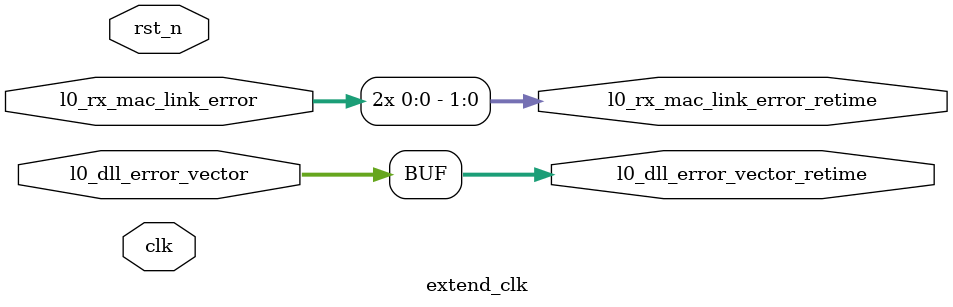
<source format=v>


//
//   ____  ____
//  /   /\/   /
// /___/  \  /    Vendor      : Xilinx
// \   \   \/     Version     : 1.1
//  \   \         Application : Generated by Xilinx PCI Express Wizard
//  /   /         Filename    : extend_clk.v
// /___/   /\     Module      : Extend Clk period of certain signals 
// \   \  /  \
//  \___\/\___\
//
//------------------------------------------------------------------------------

//  Purpose: Extend signals coming out of Block that are clocked with core_clk
//  by 0, 2 or 4 signals depending on frequency so BlkPlus(clocked using
//  user_clk) logic does not miss them.  


`ifndef Tcq
   `define Tcq 1
`endif

module extend_clk 
#(
   // use 1 for 250Mhz use 2 for 125Mhz and 4 for 62.5Mhz
   parameter CLKRATIO=1
)
(
   input            clk,
   input            rst_n,
   input   [6:0]    l0_dll_error_vector,   
   input   [1:0]    l0_rx_mac_link_error,  

   output  [6:0]    l0_dll_error_vector_retime,  
   output  [1:0]    l0_rx_mac_link_error_retime
);


   reg     [6:0]    l0_dll_error_vector_d;
   reg     [6:0]    l0_dll_error_vector_dd;
   reg     [6:0]    l0_dll_error_vector_ddd;
   reg     [1:0]    l0_rx_mac_link_error_d;
   reg     [1:0]    l0_rx_mac_link_error_dd;
   reg     [1:0]    l0_rx_mac_link_error_ddd;



always @(posedge clk) begin
   if (CLKRATIO == 2) begin          // 125Mhz
      if (!rst_n) begin
         l0_dll_error_vector_d   <= #`Tcq 6'h00;
         l0_rx_mac_link_error_d  <= #`Tcq 2'h0;
      end else begin
         l0_dll_error_vector_d   <= #`Tcq l0_dll_error_vector;
         l0_rx_mac_link_error_d  <= #`Tcq l0_rx_mac_link_error;
      end
   end else if (CLKRATIO == 4) begin // 62.5Mhz
      if (!rst_n)
      begin
         l0_dll_error_vector_d     <= #`Tcq 6'h00;
         l0_dll_error_vector_dd    <= #`Tcq 6'h00;
         l0_dll_error_vector_ddd   <= #`Tcq 6'h00;

         l0_rx_mac_link_error_d    <= #`Tcq 2'h0;
         l0_rx_mac_link_error_dd   <= #`Tcq 2'h0;
         l0_rx_mac_link_error_ddd  <= #`Tcq 2'h0;
      end else begin
         l0_dll_error_vector_d     <= #`Tcq l0_dll_error_vector;
         l0_dll_error_vector_dd    <= #`Tcq l0_dll_error_vector_d;
         l0_dll_error_vector_ddd   <= #`Tcq l0_dll_error_vector_dd;

         l0_rx_mac_link_error_d    <= #`Tcq l0_rx_mac_link_error;
         l0_rx_mac_link_error_dd   <= #`Tcq l0_rx_mac_link_error_d;
         l0_rx_mac_link_error_ddd  <= #`Tcq l0_rx_mac_link_error_dd;
      end
   end
end



assign l0_dll_error_vector_retime[6] =
   (CLKRATIO==2) ? (l0_dll_error_vector[6]    | l0_dll_error_vector_d[6]) :
   (CLKRATIO==4) ? (l0_dll_error_vector[6]    | l0_dll_error_vector_d[6] |
                    l0_dll_error_vector_dd[6] | l0_dll_error_vector_ddd[6]) :
                    l0_dll_error_vector[6];

assign l0_dll_error_vector_retime[5] =
   (CLKRATIO==2) ? (l0_dll_error_vector[5]    | l0_dll_error_vector_d[5]) :
   (CLKRATIO==4) ? (l0_dll_error_vector[5]    | l0_dll_error_vector_d[5] |
                    l0_dll_error_vector_dd[5] | l0_dll_error_vector_ddd[5]) :
                    l0_dll_error_vector[5];

assign l0_dll_error_vector_retime[4] =
   (CLKRATIO==2) ? (l0_dll_error_vector[4]    | l0_dll_error_vector_d[4]) :
   (CLKRATIO==4) ? (l0_dll_error_vector[4]    | l0_dll_error_vector_d[4] |
                    l0_dll_error_vector_dd[4] | l0_dll_error_vector_ddd[4]) :
                    l0_dll_error_vector[4];

assign l0_dll_error_vector_retime[3] =
   (CLKRATIO==2) ? (l0_dll_error_vector[3]    | l0_dll_error_vector_d[3]) :
   (CLKRATIO==4) ? (l0_dll_error_vector[3]    | l0_dll_error_vector_d[3] |
                    l0_dll_error_vector_dd[3] | l0_dll_error_vector_ddd[3]) :
                    l0_dll_error_vector[3];

assign l0_dll_error_vector_retime[2] =
   (CLKRATIO==2) ? (l0_dll_error_vector[2]    | l0_dll_error_vector_d[2]) :
   (CLKRATIO==4) ? (l0_dll_error_vector[2]    | l0_dll_error_vector_d[2] |
                    l0_dll_error_vector_dd[2] | l0_dll_error_vector_ddd[2]) :
                    l0_dll_error_vector[2];

assign l0_dll_error_vector_retime[1] =
   (CLKRATIO==2) ? (l0_dll_error_vector[1]    | l0_dll_error_vector_d[1]) :
   (CLKRATIO==4) ? (l0_dll_error_vector[1]    | l0_dll_error_vector_d[1] |
                    l0_dll_error_vector_dd[1] | l0_dll_error_vector_ddd[1]) :
                    l0_dll_error_vector[1];

assign l0_dll_error_vector_retime[0] =
   (CLKRATIO==2) ? (l0_dll_error_vector[0]    | l0_dll_error_vector_d[0]) :
   (CLKRATIO==4) ? (l0_dll_error_vector[0]    | l0_dll_error_vector_d[0] |
                    l0_dll_error_vector_dd[0] | l0_dll_error_vector_ddd[0]) :
                    l0_dll_error_vector[0];



assign l0_rx_mac_link_error_retime[1] =
   (CLKRATIO==2) ? (l0_rx_mac_link_error[1]    | l0_rx_mac_link_error_d[1]) :
   (CLKRATIO==4) ? (l0_rx_mac_link_error_d[1]  | l0_rx_mac_link_error_dd[1] |
                    l0_rx_mac_link_error_dd[1] | l0_rx_mac_link_error_ddd[1]) :
                    l0_rx_mac_link_error;

assign l0_rx_mac_link_error_retime[0] =
   (CLKRATIO==2) ? (l0_rx_mac_link_error[0]    | l0_rx_mac_link_error_d[0]) :
   (CLKRATIO==4) ? (l0_rx_mac_link_error_d[0]  | l0_rx_mac_link_error_dd[0] |
                    l0_rx_mac_link_error_dd[0] | l0_rx_mac_link_error_ddd[0]) :
                    l0_rx_mac_link_error;



endmodule

</source>
